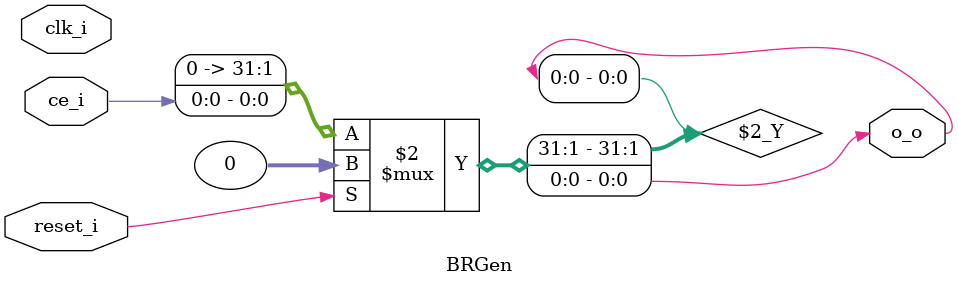
<source format=v>
/***********************************************************************

  RS-232 baudrate generator

  This file is part FPGA Libre project http://fpgalibre.sf.net/

  Description:
  This counter is a parametrizable clock divider. The count value is
  the generic parameter COUNT. It has a chip enable ce_i input.
  (will count only if CE is high).
  When it overflows, will emit a pulse on o_o.

  To Do:
  -

  Author:
    - Philippe Carton, philippe.carton2 libertysurf.fr
    - Juan Pablo Daniel Borgna, jpdborgna gmail.com
    - Salvador E. Tropea, salvador inti.gob.ar

------------------------------------------------------------------------------

 Copyright (c) 2001-2003 Philippe Carton
 Copyright (c) 2005 Juan Pablo Daniel Borgna
 Copyright (c) 2005-2017 Salvador E. Tropea
 Copyright (c) 2005-2017 Instituto Nacional de Tecnología Industrial

 Distributed under the GPL v2 or newer license

------------------------------------------------------------------------------

 Design unit:      BRGen
 File name:        br_gen.v
 Note:             None
 Limitations:      None known
 Errors:           None known
 Library:          miniuart
 Dependencies:     IEEE.std_logic_1164
 Target FPGA:      Spartan
 Language:         Verilog
 Wishbone:         No
 Synthesis tools:  Xilinx Release 9.2.03i - xst J.39
 Simulation tools: GHDL [Sokcho edition] (0.2x)
 Text editor:      SETEdit 0.5.x

***********************************************************************/

module BRGen
  #(
    parameter COUNT=1) // Count revolution
   (
    input  clk_i,    // Clock
    input  reset_i,  // Reset input
    input  ce_i,     // Chip Enable
    output o_o); // Output

generate
if (COUNT==1)
   begin : CountWire
   assign o_o=reset_i ? 0 : ce_i;
   end
else
   begin : CountGen
   localparam integer CNT_BITS=$clog2(COUNT);
   reg [CNT_BITS-1:0] cnt;
   reg o;
   always @(posedge clk_i)
   begin : Counter
     o <= 0;
     if (reset_i)
        cnt <= COUNT-1;
     else if (ce_i)
        begin
        if (cnt)
           cnt <= cnt-1;
        else
           begin
           o <= 1;
           cnt <= COUNT-1;
           end
        end // ce_i='1'
   end // Counter
   assign o_o=o;
   end
endgenerate

endmodule // BRGen


</source>
